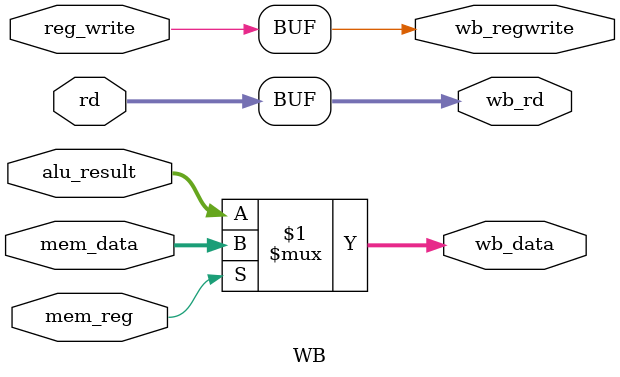
<source format=v>
module WB (
    input  [31:0] mem_data,     // Data from memory (if load)
    input  [31:0] alu_result,   // ALU output (if arithmetic)
    input  [4:0]  rd,           // Destination
    input         reg_write,     // write?
    input         mem_reg,     // 1 = mem_data, 0 = alu_result

    output [31:0] wb_data,      // Data to write to regfile
    output [4:0]  wb_rd,        // Register to write to
    output        wb_regwrite   // Write enable
);

    // select memory data / ALU result
    assign wb_data = mem_reg ? mem_data : alu_result;

    // Pass through destination register and write enable
    assign wb_rd = rd;
    assign wb_regwrite = reg_write;
endmodule
</source>
